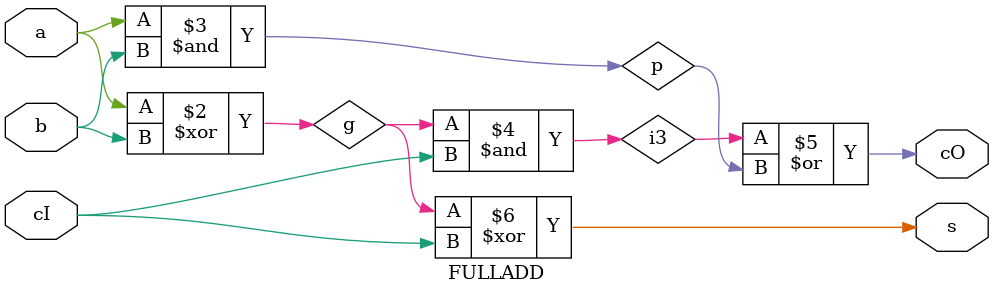
<source format=sv>
module FULLADD (
    input logic a, b, cI,
    output logic s, cO
);

logic g, p, i3; //signles for intermedeats

always_comb begin 
    g = a ^ b; //generate is 1 if only one is on
    p = a & b;  //propodate is one if both are on (then carry will definatly be on)
    
    i3 = g & cI; //if generate is 1 then a or b is 1 so if then cI is also 1 cO should be 1
    cO = i3 | p;  //the two cases where carry is set

    s = g ^ cI; //sum is only on if an odd num of inputs is on so (a ^ b) ^ cI

end

endmodule
</source>
